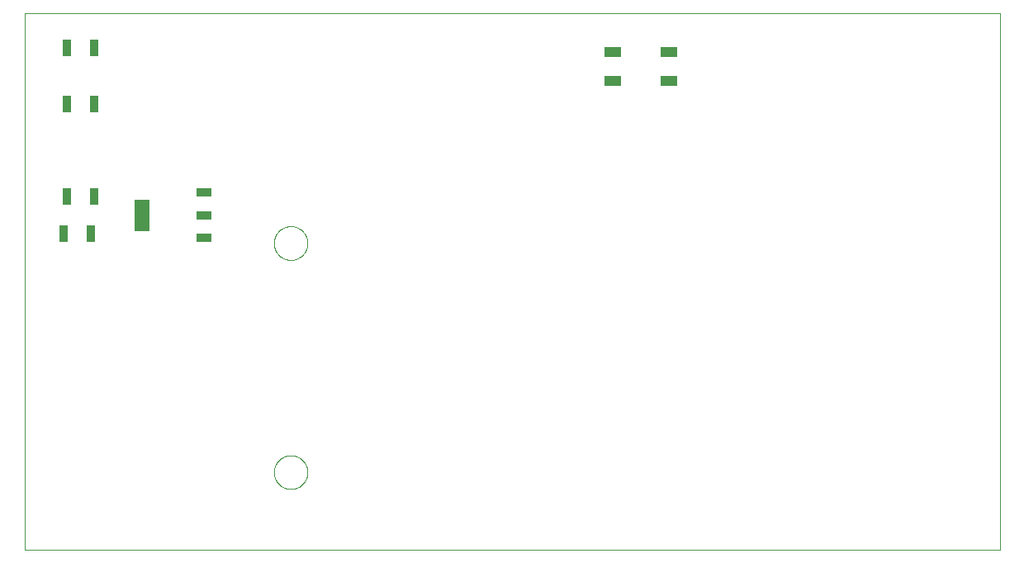
<source format=gtp>
G75*
%MOIN*%
%OFA0B0*%
%FSLAX25Y25*%
%IPPOS*%
%LPD*%
%AMOC8*
5,1,8,0,0,1.08239X$1,22.5*
%
%ADD10C,0.00000*%
%ADD11R,0.03600X0.07100*%
%ADD12R,0.06900X0.04400*%
%ADD13R,0.06400X0.03500*%
%ADD14R,0.06400X0.12500*%
D10*
X0001000Y0001000D02*
X0001000Y0217535D01*
X0394701Y0217535D01*
X0394701Y0001000D01*
X0001000Y0001000D01*
X0101700Y0032250D02*
X0101702Y0032417D01*
X0101708Y0032584D01*
X0101718Y0032750D01*
X0101733Y0032917D01*
X0101751Y0033082D01*
X0101774Y0033248D01*
X0101800Y0033413D01*
X0101831Y0033577D01*
X0101865Y0033740D01*
X0101904Y0033902D01*
X0101946Y0034064D01*
X0101993Y0034224D01*
X0102043Y0034383D01*
X0102098Y0034541D01*
X0102156Y0034697D01*
X0102218Y0034852D01*
X0102283Y0035006D01*
X0102353Y0035157D01*
X0102426Y0035307D01*
X0102503Y0035455D01*
X0102583Y0035602D01*
X0102667Y0035746D01*
X0102755Y0035888D01*
X0102846Y0036028D01*
X0102940Y0036165D01*
X0103038Y0036301D01*
X0103139Y0036434D01*
X0103244Y0036564D01*
X0103351Y0036692D01*
X0103462Y0036817D01*
X0103575Y0036939D01*
X0103692Y0037058D01*
X0103811Y0037175D01*
X0103933Y0037288D01*
X0104058Y0037399D01*
X0104186Y0037506D01*
X0104316Y0037611D01*
X0104449Y0037712D01*
X0104585Y0037810D01*
X0104722Y0037904D01*
X0104862Y0037995D01*
X0105004Y0038083D01*
X0105148Y0038167D01*
X0105295Y0038247D01*
X0105443Y0038324D01*
X0105593Y0038397D01*
X0105744Y0038467D01*
X0105898Y0038532D01*
X0106053Y0038594D01*
X0106209Y0038652D01*
X0106367Y0038707D01*
X0106526Y0038757D01*
X0106686Y0038804D01*
X0106848Y0038846D01*
X0107010Y0038885D01*
X0107173Y0038919D01*
X0107337Y0038950D01*
X0107502Y0038976D01*
X0107668Y0038999D01*
X0107833Y0039017D01*
X0108000Y0039032D01*
X0108166Y0039042D01*
X0108333Y0039048D01*
X0108500Y0039050D01*
X0108667Y0039048D01*
X0108834Y0039042D01*
X0109000Y0039032D01*
X0109167Y0039017D01*
X0109332Y0038999D01*
X0109498Y0038976D01*
X0109663Y0038950D01*
X0109827Y0038919D01*
X0109990Y0038885D01*
X0110152Y0038846D01*
X0110314Y0038804D01*
X0110474Y0038757D01*
X0110633Y0038707D01*
X0110791Y0038652D01*
X0110947Y0038594D01*
X0111102Y0038532D01*
X0111256Y0038467D01*
X0111407Y0038397D01*
X0111557Y0038324D01*
X0111705Y0038247D01*
X0111852Y0038167D01*
X0111996Y0038083D01*
X0112138Y0037995D01*
X0112278Y0037904D01*
X0112415Y0037810D01*
X0112551Y0037712D01*
X0112684Y0037611D01*
X0112814Y0037506D01*
X0112942Y0037399D01*
X0113067Y0037288D01*
X0113189Y0037175D01*
X0113308Y0037058D01*
X0113425Y0036939D01*
X0113538Y0036817D01*
X0113649Y0036692D01*
X0113756Y0036564D01*
X0113861Y0036434D01*
X0113962Y0036301D01*
X0114060Y0036165D01*
X0114154Y0036028D01*
X0114245Y0035888D01*
X0114333Y0035746D01*
X0114417Y0035602D01*
X0114497Y0035455D01*
X0114574Y0035307D01*
X0114647Y0035157D01*
X0114717Y0035006D01*
X0114782Y0034852D01*
X0114844Y0034697D01*
X0114902Y0034541D01*
X0114957Y0034383D01*
X0115007Y0034224D01*
X0115054Y0034064D01*
X0115096Y0033902D01*
X0115135Y0033740D01*
X0115169Y0033577D01*
X0115200Y0033413D01*
X0115226Y0033248D01*
X0115249Y0033082D01*
X0115267Y0032917D01*
X0115282Y0032750D01*
X0115292Y0032584D01*
X0115298Y0032417D01*
X0115300Y0032250D01*
X0115298Y0032083D01*
X0115292Y0031916D01*
X0115282Y0031750D01*
X0115267Y0031583D01*
X0115249Y0031418D01*
X0115226Y0031252D01*
X0115200Y0031087D01*
X0115169Y0030923D01*
X0115135Y0030760D01*
X0115096Y0030598D01*
X0115054Y0030436D01*
X0115007Y0030276D01*
X0114957Y0030117D01*
X0114902Y0029959D01*
X0114844Y0029803D01*
X0114782Y0029648D01*
X0114717Y0029494D01*
X0114647Y0029343D01*
X0114574Y0029193D01*
X0114497Y0029045D01*
X0114417Y0028898D01*
X0114333Y0028754D01*
X0114245Y0028612D01*
X0114154Y0028472D01*
X0114060Y0028335D01*
X0113962Y0028199D01*
X0113861Y0028066D01*
X0113756Y0027936D01*
X0113649Y0027808D01*
X0113538Y0027683D01*
X0113425Y0027561D01*
X0113308Y0027442D01*
X0113189Y0027325D01*
X0113067Y0027212D01*
X0112942Y0027101D01*
X0112814Y0026994D01*
X0112684Y0026889D01*
X0112551Y0026788D01*
X0112415Y0026690D01*
X0112278Y0026596D01*
X0112138Y0026505D01*
X0111996Y0026417D01*
X0111852Y0026333D01*
X0111705Y0026253D01*
X0111557Y0026176D01*
X0111407Y0026103D01*
X0111256Y0026033D01*
X0111102Y0025968D01*
X0110947Y0025906D01*
X0110791Y0025848D01*
X0110633Y0025793D01*
X0110474Y0025743D01*
X0110314Y0025696D01*
X0110152Y0025654D01*
X0109990Y0025615D01*
X0109827Y0025581D01*
X0109663Y0025550D01*
X0109498Y0025524D01*
X0109332Y0025501D01*
X0109167Y0025483D01*
X0109000Y0025468D01*
X0108834Y0025458D01*
X0108667Y0025452D01*
X0108500Y0025450D01*
X0108333Y0025452D01*
X0108166Y0025458D01*
X0108000Y0025468D01*
X0107833Y0025483D01*
X0107668Y0025501D01*
X0107502Y0025524D01*
X0107337Y0025550D01*
X0107173Y0025581D01*
X0107010Y0025615D01*
X0106848Y0025654D01*
X0106686Y0025696D01*
X0106526Y0025743D01*
X0106367Y0025793D01*
X0106209Y0025848D01*
X0106053Y0025906D01*
X0105898Y0025968D01*
X0105744Y0026033D01*
X0105593Y0026103D01*
X0105443Y0026176D01*
X0105295Y0026253D01*
X0105148Y0026333D01*
X0105004Y0026417D01*
X0104862Y0026505D01*
X0104722Y0026596D01*
X0104585Y0026690D01*
X0104449Y0026788D01*
X0104316Y0026889D01*
X0104186Y0026994D01*
X0104058Y0027101D01*
X0103933Y0027212D01*
X0103811Y0027325D01*
X0103692Y0027442D01*
X0103575Y0027561D01*
X0103462Y0027683D01*
X0103351Y0027808D01*
X0103244Y0027936D01*
X0103139Y0028066D01*
X0103038Y0028199D01*
X0102940Y0028335D01*
X0102846Y0028472D01*
X0102755Y0028612D01*
X0102667Y0028754D01*
X0102583Y0028898D01*
X0102503Y0029045D01*
X0102426Y0029193D01*
X0102353Y0029343D01*
X0102283Y0029494D01*
X0102218Y0029648D01*
X0102156Y0029803D01*
X0102098Y0029959D01*
X0102043Y0030117D01*
X0101993Y0030276D01*
X0101946Y0030436D01*
X0101904Y0030598D01*
X0101865Y0030760D01*
X0101831Y0030923D01*
X0101800Y0031087D01*
X0101774Y0031252D01*
X0101751Y0031418D01*
X0101733Y0031583D01*
X0101718Y0031750D01*
X0101708Y0031916D01*
X0101702Y0032083D01*
X0101700Y0032250D01*
X0101700Y0124750D02*
X0101702Y0124917D01*
X0101708Y0125084D01*
X0101718Y0125250D01*
X0101733Y0125417D01*
X0101751Y0125582D01*
X0101774Y0125748D01*
X0101800Y0125913D01*
X0101831Y0126077D01*
X0101865Y0126240D01*
X0101904Y0126402D01*
X0101946Y0126564D01*
X0101993Y0126724D01*
X0102043Y0126883D01*
X0102098Y0127041D01*
X0102156Y0127197D01*
X0102218Y0127352D01*
X0102283Y0127506D01*
X0102353Y0127657D01*
X0102426Y0127807D01*
X0102503Y0127955D01*
X0102583Y0128102D01*
X0102667Y0128246D01*
X0102755Y0128388D01*
X0102846Y0128528D01*
X0102940Y0128665D01*
X0103038Y0128801D01*
X0103139Y0128934D01*
X0103244Y0129064D01*
X0103351Y0129192D01*
X0103462Y0129317D01*
X0103575Y0129439D01*
X0103692Y0129558D01*
X0103811Y0129675D01*
X0103933Y0129788D01*
X0104058Y0129899D01*
X0104186Y0130006D01*
X0104316Y0130111D01*
X0104449Y0130212D01*
X0104585Y0130310D01*
X0104722Y0130404D01*
X0104862Y0130495D01*
X0105004Y0130583D01*
X0105148Y0130667D01*
X0105295Y0130747D01*
X0105443Y0130824D01*
X0105593Y0130897D01*
X0105744Y0130967D01*
X0105898Y0131032D01*
X0106053Y0131094D01*
X0106209Y0131152D01*
X0106367Y0131207D01*
X0106526Y0131257D01*
X0106686Y0131304D01*
X0106848Y0131346D01*
X0107010Y0131385D01*
X0107173Y0131419D01*
X0107337Y0131450D01*
X0107502Y0131476D01*
X0107668Y0131499D01*
X0107833Y0131517D01*
X0108000Y0131532D01*
X0108166Y0131542D01*
X0108333Y0131548D01*
X0108500Y0131550D01*
X0108667Y0131548D01*
X0108834Y0131542D01*
X0109000Y0131532D01*
X0109167Y0131517D01*
X0109332Y0131499D01*
X0109498Y0131476D01*
X0109663Y0131450D01*
X0109827Y0131419D01*
X0109990Y0131385D01*
X0110152Y0131346D01*
X0110314Y0131304D01*
X0110474Y0131257D01*
X0110633Y0131207D01*
X0110791Y0131152D01*
X0110947Y0131094D01*
X0111102Y0131032D01*
X0111256Y0130967D01*
X0111407Y0130897D01*
X0111557Y0130824D01*
X0111705Y0130747D01*
X0111852Y0130667D01*
X0111996Y0130583D01*
X0112138Y0130495D01*
X0112278Y0130404D01*
X0112415Y0130310D01*
X0112551Y0130212D01*
X0112684Y0130111D01*
X0112814Y0130006D01*
X0112942Y0129899D01*
X0113067Y0129788D01*
X0113189Y0129675D01*
X0113308Y0129558D01*
X0113425Y0129439D01*
X0113538Y0129317D01*
X0113649Y0129192D01*
X0113756Y0129064D01*
X0113861Y0128934D01*
X0113962Y0128801D01*
X0114060Y0128665D01*
X0114154Y0128528D01*
X0114245Y0128388D01*
X0114333Y0128246D01*
X0114417Y0128102D01*
X0114497Y0127955D01*
X0114574Y0127807D01*
X0114647Y0127657D01*
X0114717Y0127506D01*
X0114782Y0127352D01*
X0114844Y0127197D01*
X0114902Y0127041D01*
X0114957Y0126883D01*
X0115007Y0126724D01*
X0115054Y0126564D01*
X0115096Y0126402D01*
X0115135Y0126240D01*
X0115169Y0126077D01*
X0115200Y0125913D01*
X0115226Y0125748D01*
X0115249Y0125582D01*
X0115267Y0125417D01*
X0115282Y0125250D01*
X0115292Y0125084D01*
X0115298Y0124917D01*
X0115300Y0124750D01*
X0115298Y0124583D01*
X0115292Y0124416D01*
X0115282Y0124250D01*
X0115267Y0124083D01*
X0115249Y0123918D01*
X0115226Y0123752D01*
X0115200Y0123587D01*
X0115169Y0123423D01*
X0115135Y0123260D01*
X0115096Y0123098D01*
X0115054Y0122936D01*
X0115007Y0122776D01*
X0114957Y0122617D01*
X0114902Y0122459D01*
X0114844Y0122303D01*
X0114782Y0122148D01*
X0114717Y0121994D01*
X0114647Y0121843D01*
X0114574Y0121693D01*
X0114497Y0121545D01*
X0114417Y0121398D01*
X0114333Y0121254D01*
X0114245Y0121112D01*
X0114154Y0120972D01*
X0114060Y0120835D01*
X0113962Y0120699D01*
X0113861Y0120566D01*
X0113756Y0120436D01*
X0113649Y0120308D01*
X0113538Y0120183D01*
X0113425Y0120061D01*
X0113308Y0119942D01*
X0113189Y0119825D01*
X0113067Y0119712D01*
X0112942Y0119601D01*
X0112814Y0119494D01*
X0112684Y0119389D01*
X0112551Y0119288D01*
X0112415Y0119190D01*
X0112278Y0119096D01*
X0112138Y0119005D01*
X0111996Y0118917D01*
X0111852Y0118833D01*
X0111705Y0118753D01*
X0111557Y0118676D01*
X0111407Y0118603D01*
X0111256Y0118533D01*
X0111102Y0118468D01*
X0110947Y0118406D01*
X0110791Y0118348D01*
X0110633Y0118293D01*
X0110474Y0118243D01*
X0110314Y0118196D01*
X0110152Y0118154D01*
X0109990Y0118115D01*
X0109827Y0118081D01*
X0109663Y0118050D01*
X0109498Y0118024D01*
X0109332Y0118001D01*
X0109167Y0117983D01*
X0109000Y0117968D01*
X0108834Y0117958D01*
X0108667Y0117952D01*
X0108500Y0117950D01*
X0108333Y0117952D01*
X0108166Y0117958D01*
X0108000Y0117968D01*
X0107833Y0117983D01*
X0107668Y0118001D01*
X0107502Y0118024D01*
X0107337Y0118050D01*
X0107173Y0118081D01*
X0107010Y0118115D01*
X0106848Y0118154D01*
X0106686Y0118196D01*
X0106526Y0118243D01*
X0106367Y0118293D01*
X0106209Y0118348D01*
X0106053Y0118406D01*
X0105898Y0118468D01*
X0105744Y0118533D01*
X0105593Y0118603D01*
X0105443Y0118676D01*
X0105295Y0118753D01*
X0105148Y0118833D01*
X0105004Y0118917D01*
X0104862Y0119005D01*
X0104722Y0119096D01*
X0104585Y0119190D01*
X0104449Y0119288D01*
X0104316Y0119389D01*
X0104186Y0119494D01*
X0104058Y0119601D01*
X0103933Y0119712D01*
X0103811Y0119825D01*
X0103692Y0119942D01*
X0103575Y0120061D01*
X0103462Y0120183D01*
X0103351Y0120308D01*
X0103244Y0120436D01*
X0103139Y0120566D01*
X0103038Y0120699D01*
X0102940Y0120835D01*
X0102846Y0120972D01*
X0102755Y0121112D01*
X0102667Y0121254D01*
X0102583Y0121398D01*
X0102503Y0121545D01*
X0102426Y0121693D01*
X0102353Y0121843D01*
X0102283Y0121994D01*
X0102218Y0122148D01*
X0102156Y0122303D01*
X0102098Y0122459D01*
X0102043Y0122617D01*
X0101993Y0122776D01*
X0101946Y0122936D01*
X0101904Y0123098D01*
X0101865Y0123260D01*
X0101831Y0123423D01*
X0101800Y0123587D01*
X0101774Y0123752D01*
X0101751Y0123918D01*
X0101733Y0124083D01*
X0101718Y0124250D01*
X0101708Y0124416D01*
X0101702Y0124583D01*
X0101700Y0124750D01*
D11*
X0027701Y0128539D03*
X0016701Y0128539D03*
X0018000Y0143500D03*
X0029000Y0143500D03*
X0029000Y0181000D03*
X0018000Y0181000D03*
X0018000Y0203500D03*
X0029000Y0203500D03*
D12*
X0238500Y0201800D03*
X0238500Y0190200D03*
X0261000Y0190200D03*
X0261000Y0201800D03*
D13*
X0073600Y0145100D03*
X0073600Y0136000D03*
X0073600Y0126900D03*
D14*
X0048400Y0136000D03*
M02*

</source>
